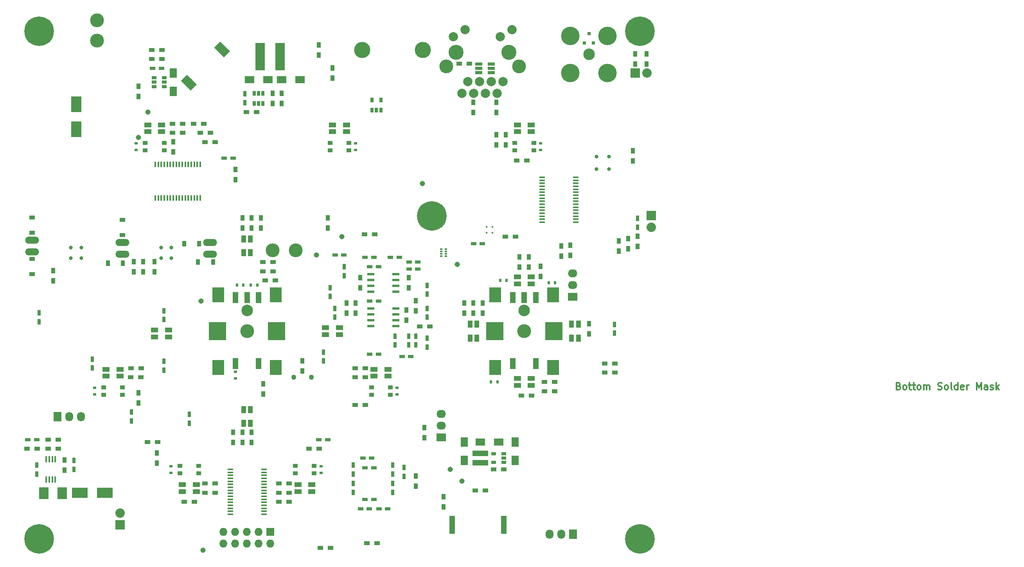
<source format=gbr>
G04 #@! TF.GenerationSoftware,KiCad,Pcbnew,no-vcs-found-7420~56~ubuntu16.04.1*
G04 #@! TF.CreationDate,2017-01-02T14:23:42+01:00*
G04 #@! TF.ProjectId,Mainboard,4D61696E626F6172642E6B696361645F,1.0*
G04 #@! TF.FileFunction,Soldermask,Bot*
G04 #@! TF.FilePolarity,Negative*
%FSLAX46Y46*%
G04 Gerber Fmt 4.6, Leading zero omitted, Abs format (unit mm)*
G04 Created by KiCad (PCBNEW no-vcs-found-7420~56~ubuntu16.04.1) date Mon Jan  2 14:23:42 2017*
%MOMM*%
%LPD*%
G01*
G04 APERTURE LIST*
%ADD10C,0.100000*%
%ADD11C,0.300000*%
%ADD12R,0.900000X1.200000*%
%ADD13R,1.727200X1.727200*%
%ADD14O,1.727200X1.727200*%
%ADD15R,1.600000X2.000000*%
%ADD16R,2.500000X3.200000*%
%ADD17R,1.300000X2.400000*%
%ADD18C,2.500000*%
%ADD19C,3.000000*%
%ADD20R,3.750000X4.000000*%
%ADD21R,0.750000X1.200000*%
%ADD22O,2.032000X1.727200*%
%ADD23R,2.032000X1.727200*%
%ADD24R,1.200000X0.400000*%
%ADD25C,2.000000*%
%ADD26C,3.250000*%
%ADD27R,1.200000X0.900000*%
%ADD28R,1.200000X0.750000*%
%ADD29R,2.000000X1.600000*%
%ADD30R,0.700000X0.600000*%
%ADD31R,0.800100X0.800100*%
%ADD32R,2.000000X6.000000*%
%ADD33R,3.400000X1.300000*%
%ADD34C,6.400000*%
%ADD35R,2.032000X2.032000*%
%ADD36O,2.032000X2.032000*%
%ADD37O,3.014980X1.506220*%
%ADD38R,0.500000X0.320000*%
%ADD39R,1.200000X4.000000*%
%ADD40R,0.650000X1.060000*%
%ADD41R,1.060000X0.650000*%
%ADD42R,0.450000X1.450000*%
%ADD43R,1.560000X0.650000*%
%ADD44R,0.910000X1.220000*%
%ADD45R,1.220000X0.910000*%
%ADD46O,1.727200X2.032000*%
%ADD47R,1.727200X2.032000*%
%ADD48R,2.301240X3.500120*%
%ADD49C,3.500000*%
%ADD50R,1.550000X0.600000*%
%ADD51C,1.100000*%
%ADD52C,0.403333*%
%ADD53C,4.000000*%
%ADD54C,0.800000*%
%ADD55R,1.500000X1.100000*%
%ADD56R,3.500120X2.301240*%
%ADD57R,0.600000X0.700000*%
%ADD58R,1.100000X1.500000*%
%ADD59C,1.850000*%
%ADD60R,2.000000X2.500000*%
%ADD61R,1.000000X0.900000*%
%ADD62R,0.400000X1.200000*%
%ADD63C,1.143000*%
G04 APERTURE END LIST*
D10*
D11*
X291052142Y-181892857D02*
X291266428Y-181964285D01*
X291337857Y-182035714D01*
X291409285Y-182178571D01*
X291409285Y-182392857D01*
X291337857Y-182535714D01*
X291266428Y-182607142D01*
X291123571Y-182678571D01*
X290552142Y-182678571D01*
X290552142Y-181178571D01*
X291052142Y-181178571D01*
X291195000Y-181250000D01*
X291266428Y-181321428D01*
X291337857Y-181464285D01*
X291337857Y-181607142D01*
X291266428Y-181750000D01*
X291195000Y-181821428D01*
X291052142Y-181892857D01*
X290552142Y-181892857D01*
X292266428Y-182678571D02*
X292123571Y-182607142D01*
X292052142Y-182535714D01*
X291980714Y-182392857D01*
X291980714Y-181964285D01*
X292052142Y-181821428D01*
X292123571Y-181750000D01*
X292266428Y-181678571D01*
X292480714Y-181678571D01*
X292623571Y-181750000D01*
X292695000Y-181821428D01*
X292766428Y-181964285D01*
X292766428Y-182392857D01*
X292695000Y-182535714D01*
X292623571Y-182607142D01*
X292480714Y-182678571D01*
X292266428Y-182678571D01*
X293195000Y-181678571D02*
X293766428Y-181678571D01*
X293409285Y-181178571D02*
X293409285Y-182464285D01*
X293480714Y-182607142D01*
X293623571Y-182678571D01*
X293766428Y-182678571D01*
X294052142Y-181678571D02*
X294623571Y-181678571D01*
X294266428Y-181178571D02*
X294266428Y-182464285D01*
X294337857Y-182607142D01*
X294480714Y-182678571D01*
X294623571Y-182678571D01*
X295337857Y-182678571D02*
X295195000Y-182607142D01*
X295123571Y-182535714D01*
X295052142Y-182392857D01*
X295052142Y-181964285D01*
X295123571Y-181821428D01*
X295195000Y-181750000D01*
X295337857Y-181678571D01*
X295552142Y-181678571D01*
X295695000Y-181750000D01*
X295766428Y-181821428D01*
X295837857Y-181964285D01*
X295837857Y-182392857D01*
X295766428Y-182535714D01*
X295695000Y-182607142D01*
X295552142Y-182678571D01*
X295337857Y-182678571D01*
X296480714Y-182678571D02*
X296480714Y-181678571D01*
X296480714Y-181821428D02*
X296552142Y-181750000D01*
X296695000Y-181678571D01*
X296909285Y-181678571D01*
X297052142Y-181750000D01*
X297123571Y-181892857D01*
X297123571Y-182678571D01*
X297123571Y-181892857D02*
X297195000Y-181750000D01*
X297337857Y-181678571D01*
X297552142Y-181678571D01*
X297695000Y-181750000D01*
X297766428Y-181892857D01*
X297766428Y-182678571D01*
X299552142Y-182607142D02*
X299766428Y-182678571D01*
X300123571Y-182678571D01*
X300266428Y-182607142D01*
X300337857Y-182535714D01*
X300409285Y-182392857D01*
X300409285Y-182250000D01*
X300337857Y-182107142D01*
X300266428Y-182035714D01*
X300123571Y-181964285D01*
X299837857Y-181892857D01*
X299695000Y-181821428D01*
X299623571Y-181750000D01*
X299552142Y-181607142D01*
X299552142Y-181464285D01*
X299623571Y-181321428D01*
X299695000Y-181250000D01*
X299837857Y-181178571D01*
X300195000Y-181178571D01*
X300409285Y-181250000D01*
X301266428Y-182678571D02*
X301123571Y-182607142D01*
X301052142Y-182535714D01*
X300980714Y-182392857D01*
X300980714Y-181964285D01*
X301052142Y-181821428D01*
X301123571Y-181750000D01*
X301266428Y-181678571D01*
X301480714Y-181678571D01*
X301623571Y-181750000D01*
X301695000Y-181821428D01*
X301766428Y-181964285D01*
X301766428Y-182392857D01*
X301695000Y-182535714D01*
X301623571Y-182607142D01*
X301480714Y-182678571D01*
X301266428Y-182678571D01*
X302623571Y-182678571D02*
X302480714Y-182607142D01*
X302409285Y-182464285D01*
X302409285Y-181178571D01*
X303837857Y-182678571D02*
X303837857Y-181178571D01*
X303837857Y-182607142D02*
X303695000Y-182678571D01*
X303409285Y-182678571D01*
X303266428Y-182607142D01*
X303195000Y-182535714D01*
X303123571Y-182392857D01*
X303123571Y-181964285D01*
X303195000Y-181821428D01*
X303266428Y-181750000D01*
X303409285Y-181678571D01*
X303695000Y-181678571D01*
X303837857Y-181750000D01*
X305123571Y-182607142D02*
X304980714Y-182678571D01*
X304695000Y-182678571D01*
X304552142Y-182607142D01*
X304480714Y-182464285D01*
X304480714Y-181892857D01*
X304552142Y-181750000D01*
X304695000Y-181678571D01*
X304980714Y-181678571D01*
X305123571Y-181750000D01*
X305195000Y-181892857D01*
X305195000Y-182035714D01*
X304480714Y-182178571D01*
X305837857Y-182678571D02*
X305837857Y-181678571D01*
X305837857Y-181964285D02*
X305909285Y-181821428D01*
X305980714Y-181750000D01*
X306123571Y-181678571D01*
X306266428Y-181678571D01*
X307909285Y-182678571D02*
X307909285Y-181178571D01*
X308409285Y-182250000D01*
X308909285Y-181178571D01*
X308909285Y-182678571D01*
X310266428Y-182678571D02*
X310266428Y-181892857D01*
X310195000Y-181750000D01*
X310052142Y-181678571D01*
X309766428Y-181678571D01*
X309623571Y-181750000D01*
X310266428Y-182607142D02*
X310123571Y-182678571D01*
X309766428Y-182678571D01*
X309623571Y-182607142D01*
X309552142Y-182464285D01*
X309552142Y-182321428D01*
X309623571Y-182178571D01*
X309766428Y-182107142D01*
X310123571Y-182107142D01*
X310266428Y-182035714D01*
X310909285Y-182607142D02*
X311052142Y-182678571D01*
X311337857Y-182678571D01*
X311480714Y-182607142D01*
X311552142Y-182464285D01*
X311552142Y-182392857D01*
X311480714Y-182250000D01*
X311337857Y-182178571D01*
X311123571Y-182178571D01*
X310980714Y-182107142D01*
X310909285Y-181964285D01*
X310909285Y-181892857D01*
X310980714Y-181750000D01*
X311123571Y-181678571D01*
X311337857Y-181678571D01*
X311480714Y-181750000D01*
X312195000Y-182678571D02*
X312195000Y-181178571D01*
X312337857Y-182107142D02*
X312766428Y-182678571D01*
X312766428Y-181678571D02*
X312195000Y-182250000D01*
D12*
X168500000Y-115100000D03*
X168500000Y-112900000D03*
D13*
X155000000Y-213500000D03*
D14*
X155000000Y-216040000D03*
X152460000Y-213500000D03*
X152460000Y-216040000D03*
X149920000Y-213500000D03*
X149920000Y-216040000D03*
X147380000Y-213500000D03*
X147380000Y-216040000D03*
X144840000Y-213500000D03*
X144840000Y-216040000D03*
D15*
X208000000Y-194000000D03*
X208000000Y-198000000D03*
X197000000Y-198000000D03*
X197000000Y-194000000D03*
D16*
X216250000Y-162100000D03*
X203750000Y-162100000D03*
X216250000Y-177900000D03*
X203750000Y-177900000D03*
D17*
X212500000Y-162700000D03*
X210000000Y-162700000D03*
X207500000Y-162700000D03*
X212500000Y-177000000D03*
X207500000Y-177000000D03*
D18*
X210000000Y-165500000D03*
D19*
X210000000Y-170000000D03*
D20*
X216375000Y-170000000D03*
X203625000Y-170000000D03*
D12*
X130500000Y-198600000D03*
X130500000Y-196400000D03*
D21*
X181500000Y-203050000D03*
X181500000Y-204950000D03*
D22*
X220500000Y-157460000D03*
X220500000Y-160000000D03*
D23*
X220500000Y-162540000D03*
D24*
X213850000Y-146375000D03*
X213850000Y-145725000D03*
X213850000Y-145075000D03*
X213850000Y-144425000D03*
X213850000Y-143775000D03*
X213850000Y-143125000D03*
X213850000Y-142475000D03*
X213850000Y-141825000D03*
X213850000Y-141175000D03*
X213850000Y-140525000D03*
X213850000Y-139875000D03*
X213850000Y-139225000D03*
X213850000Y-138575000D03*
X213850000Y-137925000D03*
X213850000Y-137275000D03*
X213850000Y-136625000D03*
X221150000Y-136625000D03*
X221150000Y-137275000D03*
X221150000Y-137925000D03*
X221150000Y-138575000D03*
X221150000Y-139225000D03*
X221150000Y-139875000D03*
X221150000Y-140525000D03*
X221150000Y-141175000D03*
X221150000Y-141825000D03*
X221150000Y-142475000D03*
X221150000Y-143125000D03*
X221150000Y-143775000D03*
X221150000Y-144425000D03*
X221150000Y-145075000D03*
X221150000Y-145725000D03*
X221150000Y-146375000D03*
D16*
X156250000Y-162100000D03*
X143750000Y-162100000D03*
X156250000Y-177900000D03*
X143750000Y-177900000D03*
D17*
X152500000Y-162700000D03*
X150000000Y-162700000D03*
X147500000Y-162700000D03*
X152500000Y-177000000D03*
X147500000Y-177000000D03*
D18*
X150000000Y-165500000D03*
D19*
X150000000Y-170000000D03*
D20*
X156375000Y-170000000D03*
X143625000Y-170000000D03*
D12*
X147500000Y-137100000D03*
X147500000Y-134900000D03*
D25*
X202905000Y-115850000D03*
X200365000Y-115850000D03*
X205445000Y-115850000D03*
X197825000Y-115850000D03*
X196555000Y-118390000D03*
X199095000Y-118390000D03*
X201635000Y-118390000D03*
X204175000Y-118390000D03*
X204785000Y-106120000D03*
X194675000Y-106120000D03*
X197215000Y-104600000D03*
X207325000Y-104600000D03*
D19*
X208875000Y-112550000D03*
X193125000Y-112550000D03*
D26*
X206715000Y-109500000D03*
X195285000Y-109500000D03*
D27*
X203400000Y-200000000D03*
X205600000Y-200000000D03*
X109100000Y-195500000D03*
X106900000Y-195500000D03*
X131600000Y-111000000D03*
X129400000Y-111000000D03*
D12*
X126500000Y-116900000D03*
X126500000Y-119100000D03*
D28*
X174550000Y-208500000D03*
X176450000Y-208500000D03*
X180450000Y-208500000D03*
X178550000Y-208500000D03*
D21*
X181500000Y-200950000D03*
X181500000Y-199050000D03*
D28*
X175050000Y-197500000D03*
X176950000Y-197500000D03*
X175550000Y-206500000D03*
X177450000Y-206500000D03*
D21*
X184000000Y-199550000D03*
X184000000Y-201450000D03*
X173000000Y-200950000D03*
X173000000Y-199050000D03*
X173000000Y-204950000D03*
X173000000Y-203050000D03*
D28*
X175550000Y-199600000D03*
X177450000Y-199600000D03*
D21*
X229500000Y-170450000D03*
X229500000Y-168550000D03*
X125000000Y-189450000D03*
X125000000Y-187550000D03*
X137500000Y-189950000D03*
X137500000Y-188050000D03*
X132000000Y-178450000D03*
X132000000Y-176550000D03*
X116500000Y-176050000D03*
X116500000Y-177950000D03*
X132000000Y-167450000D03*
X132000000Y-165550000D03*
X105000000Y-167950000D03*
X105000000Y-166050000D03*
D29*
X150500000Y-115500000D03*
X154500000Y-115500000D03*
D15*
X134000000Y-118000000D03*
X134000000Y-114000000D03*
D21*
X149500000Y-118550000D03*
X149500000Y-120450000D03*
D28*
X131450000Y-113000000D03*
X129550000Y-113000000D03*
D19*
X155500000Y-152500000D03*
X160500000Y-152500000D03*
D29*
X161500000Y-115500000D03*
X157500000Y-115500000D03*
X200500000Y-194000000D03*
X204500000Y-194000000D03*
D21*
X104500000Y-199050000D03*
X104500000Y-200950000D03*
D28*
X104450000Y-193500000D03*
X102550000Y-193500000D03*
D21*
X112500000Y-198050000D03*
X112500000Y-199950000D03*
X182000000Y-171050000D03*
X182000000Y-172950000D03*
X166500000Y-176450000D03*
X166500000Y-174550000D03*
D28*
X176550000Y-175000000D03*
X178450000Y-175000000D03*
X185450000Y-175500000D03*
X183550000Y-175500000D03*
D21*
X189000000Y-173450000D03*
X189000000Y-171550000D03*
X189000000Y-166950000D03*
X189000000Y-165050000D03*
X189000000Y-161950000D03*
X189000000Y-160050000D03*
D28*
X185050000Y-156500000D03*
X186950000Y-156500000D03*
X185050000Y-155000000D03*
X186950000Y-155000000D03*
X182950000Y-154000000D03*
X181050000Y-154000000D03*
X177450000Y-154000000D03*
X175550000Y-154000000D03*
D21*
X171000000Y-157950000D03*
X171000000Y-156050000D03*
D28*
X170950000Y-153500000D03*
X169050000Y-153500000D03*
D21*
X168000000Y-160550000D03*
X168000000Y-162450000D03*
X169000000Y-165050000D03*
X169000000Y-166950000D03*
X185000000Y-171050000D03*
X185000000Y-172950000D03*
X186500000Y-171050000D03*
X186500000Y-172950000D03*
D28*
X199050000Y-151000000D03*
X200950000Y-151000000D03*
X178450000Y-163500000D03*
X176550000Y-163500000D03*
X178450000Y-156000000D03*
X176550000Y-156000000D03*
D30*
X182500000Y-182300000D03*
X182500000Y-183700000D03*
X117000000Y-182300000D03*
X117000000Y-183700000D03*
X166000000Y-199300000D03*
X166000000Y-200700000D03*
X213500000Y-129300000D03*
X213500000Y-130700000D03*
X173500000Y-129300000D03*
X173500000Y-130700000D03*
X126000000Y-129300000D03*
X126000000Y-130700000D03*
D12*
X236500000Y-112100000D03*
X236500000Y-109900000D03*
D31*
X224000000Y-105501780D03*
X223050000Y-107500760D03*
X224950000Y-107500760D03*
D12*
X234000000Y-112100000D03*
X234000000Y-109900000D03*
D32*
X157150000Y-110500000D03*
X152850000Y-110500000D03*
D33*
X200500000Y-198550000D03*
X200500000Y-196450000D03*
D34*
X235000000Y-105000000D03*
X105000000Y-215000000D03*
X105000000Y-105000000D03*
X235000000Y-215000000D03*
D22*
X192000000Y-187960000D03*
X192000000Y-190500000D03*
D23*
X192000000Y-193040000D03*
D35*
X234000000Y-114000000D03*
D36*
X236540000Y-114000000D03*
D37*
X123000000Y-153270000D03*
X123000000Y-150730000D03*
X142000000Y-153270000D03*
X142000000Y-150730000D03*
X103500000Y-152770000D03*
X103500000Y-150230000D03*
D19*
X117500000Y-102600000D03*
X117500000Y-107000000D03*
D12*
X192500000Y-205900000D03*
X192500000Y-208100000D03*
D27*
X199400000Y-204500000D03*
X201600000Y-204500000D03*
D12*
X153500000Y-183600000D03*
X153500000Y-181400000D03*
X188400000Y-190900000D03*
X188400000Y-193100000D03*
X162000000Y-176400000D03*
X162000000Y-178600000D03*
X184500000Y-165400000D03*
X184500000Y-167600000D03*
X185000000Y-158400000D03*
X185000000Y-160600000D03*
X186500000Y-201400000D03*
X186500000Y-203600000D03*
D27*
X165900000Y-217000000D03*
X168100000Y-217000000D03*
X178100000Y-216000000D03*
X175900000Y-216000000D03*
X227400000Y-179000000D03*
X229600000Y-179000000D03*
X229600000Y-177000000D03*
X227400000Y-177000000D03*
D12*
X230500000Y-152600000D03*
X230500000Y-150400000D03*
X108000000Y-159100000D03*
X108000000Y-156900000D03*
X167500000Y-147600000D03*
X167500000Y-145400000D03*
D27*
X149900000Y-122500000D03*
X152100000Y-122500000D03*
D12*
X155500000Y-120600000D03*
X155500000Y-118400000D03*
X157500000Y-118400000D03*
X157500000Y-120600000D03*
D27*
X129400000Y-109000000D03*
X131600000Y-109000000D03*
D12*
X110500000Y-197900000D03*
X110500000Y-200100000D03*
D27*
X102400000Y-195500000D03*
X104600000Y-195500000D03*
X106900000Y-193500000D03*
X109100000Y-193500000D03*
D12*
X186500000Y-163400000D03*
X186500000Y-165600000D03*
X171500000Y-163900000D03*
X171500000Y-166100000D03*
X173500000Y-166100000D03*
X173500000Y-163900000D03*
D27*
X208100000Y-149500000D03*
X205900000Y-149500000D03*
X175400000Y-149000000D03*
X177600000Y-149000000D03*
D12*
X165500000Y-110100000D03*
X165500000Y-107900000D03*
D38*
X193000000Y-152250000D03*
X193000000Y-152750000D03*
X193000000Y-153750000D03*
X193000000Y-153250000D03*
X192000000Y-152250000D03*
X192000000Y-153250000D03*
X192000000Y-152750000D03*
X192000000Y-153750000D03*
D39*
X205600000Y-212000000D03*
X194400000Y-212000000D03*
D40*
X152500000Y-120600000D03*
X151550000Y-120600000D03*
X153450000Y-120600000D03*
X153450000Y-118400000D03*
X152500000Y-118400000D03*
X151550000Y-118400000D03*
D41*
X132100000Y-115050000D03*
X132100000Y-116000000D03*
X132100000Y-116950000D03*
X129900000Y-116950000D03*
X129900000Y-115050000D03*
X129900000Y-116000000D03*
D42*
X106525000Y-202200000D03*
X107175000Y-202200000D03*
X107825000Y-202200000D03*
X108475000Y-202200000D03*
X108475000Y-197800000D03*
X107825000Y-197800000D03*
X107175000Y-197800000D03*
X106525000Y-197800000D03*
D41*
X203400000Y-196550000D03*
X203400000Y-198450000D03*
X205600000Y-198450000D03*
X205600000Y-197500000D03*
X205600000Y-196550000D03*
D43*
X202850000Y-113000000D03*
X202850000Y-113950000D03*
X202850000Y-112050000D03*
X200150000Y-112050000D03*
X200150000Y-113000000D03*
X200150000Y-113950000D03*
D44*
X136365000Y-151000000D03*
X139635000Y-151000000D03*
D45*
X103500000Y-145365000D03*
X103500000Y-148635000D03*
X123000000Y-145865000D03*
X123000000Y-149135000D03*
D44*
X139365000Y-155000000D03*
X142635000Y-155000000D03*
D45*
X103500000Y-157635000D03*
X103500000Y-154365000D03*
D44*
X119865000Y-155250000D03*
X123135000Y-155250000D03*
D28*
X146950000Y-132500000D03*
X145050000Y-132500000D03*
D46*
X114040000Y-188500000D03*
X111500000Y-188500000D03*
D47*
X108960000Y-188500000D03*
D48*
X113000000Y-126200020D03*
X113000000Y-120799980D03*
D49*
X174930000Y-109000000D03*
X188070000Y-109000000D03*
D50*
X176800000Y-165095000D03*
X176800000Y-166365000D03*
X176800000Y-167635000D03*
X176800000Y-168905000D03*
X182200000Y-168905000D03*
X182200000Y-167635000D03*
X182200000Y-166365000D03*
X182200000Y-165095000D03*
X176800000Y-157595000D03*
X176800000Y-158865000D03*
X176800000Y-160135000D03*
X176800000Y-161405000D03*
X182200000Y-161405000D03*
X182200000Y-160135000D03*
X182200000Y-158865000D03*
X182200000Y-157595000D03*
D51*
X163905000Y-180000000D03*
X160095000Y-180000000D03*
D12*
X199000000Y-120400000D03*
X199000000Y-122600000D03*
D27*
X198100000Y-112000000D03*
X195900000Y-112000000D03*
D12*
X204000000Y-120400000D03*
X204000000Y-122600000D03*
D52*
X203155000Y-148655000D03*
X203155000Y-147345000D03*
X201845000Y-148655000D03*
X201845000Y-147345000D03*
D53*
X219950000Y-105950000D03*
X228050000Y-105950000D03*
X228050000Y-114050000D03*
X219950000Y-114050000D03*
D18*
X224000000Y-110000000D03*
D54*
X228350000Y-132150000D03*
X225650000Y-132150000D03*
X228350000Y-134850000D03*
X225650000Y-134850000D03*
X133625000Y-154125000D03*
X133625000Y-151875000D03*
X131375000Y-154125000D03*
X131375000Y-151875000D03*
X114125000Y-154125000D03*
X114125000Y-151875000D03*
X111875000Y-154125000D03*
X111875000Y-151875000D03*
D21*
X234500000Y-147450000D03*
X234500000Y-145550000D03*
D36*
X237500000Y-147500000D03*
D35*
X237500000Y-144960000D03*
D36*
X122500000Y-209460000D03*
D35*
X122500000Y-212000000D03*
D27*
X130600000Y-194000000D03*
X128400000Y-194000000D03*
D12*
X232500000Y-152100000D03*
X232500000Y-149900000D03*
X234500000Y-151600000D03*
X234500000Y-149400000D03*
D55*
X177500000Y-179750000D03*
X177500000Y-178250000D03*
X180500000Y-179750000D03*
X180500000Y-178250000D03*
X119500000Y-179750000D03*
X119500000Y-178250000D03*
X122500000Y-179750000D03*
X122500000Y-178250000D03*
X161000000Y-204750000D03*
X161000000Y-203250000D03*
X164000000Y-204750000D03*
X164000000Y-203250000D03*
X211500000Y-125250000D03*
X211500000Y-126750000D03*
X208500000Y-125250000D03*
X208500000Y-126750000D03*
X168500000Y-126750000D03*
X168500000Y-125250000D03*
X171500000Y-126750000D03*
X171500000Y-125250000D03*
X131500000Y-125250000D03*
X131500000Y-126750000D03*
X128500000Y-125250000D03*
X128500000Y-126750000D03*
D56*
X119200020Y-205000000D03*
X113799980Y-205000000D03*
D55*
X136000000Y-204750000D03*
X136000000Y-203250000D03*
X139000000Y-204750000D03*
X139000000Y-203250000D03*
D30*
X133500000Y-199300000D03*
X133500000Y-200700000D03*
D55*
X167000000Y-170750000D03*
X167000000Y-169250000D03*
X170000000Y-170750000D03*
X170000000Y-169250000D03*
D57*
X152200000Y-160000000D03*
X150800000Y-160000000D03*
X147800000Y-160000000D03*
X149200000Y-160000000D03*
D58*
X149250000Y-150000000D03*
X150750000Y-150000000D03*
X149250000Y-153000000D03*
X150750000Y-153000000D03*
X149250000Y-187000000D03*
X150750000Y-187000000D03*
X149250000Y-190000000D03*
X150750000Y-190000000D03*
D30*
X147500000Y-180200000D03*
X147500000Y-178800000D03*
D55*
X130000000Y-171250000D03*
X130000000Y-169750000D03*
X133000000Y-171250000D03*
X133000000Y-169750000D03*
D58*
X221750000Y-171500000D03*
X220250000Y-171500000D03*
X221750000Y-168500000D03*
X220250000Y-168500000D03*
D57*
X216700000Y-159500000D03*
X215300000Y-159500000D03*
X206200000Y-159000000D03*
X204800000Y-159000000D03*
D55*
X211500000Y-158250000D03*
X211500000Y-159750000D03*
X208500000Y-158250000D03*
X208500000Y-159750000D03*
X208500000Y-181750000D03*
X208500000Y-180250000D03*
X211500000Y-181750000D03*
X211500000Y-180250000D03*
D57*
X202800000Y-181000000D03*
X204200000Y-181000000D03*
D58*
X198250000Y-168500000D03*
X199750000Y-168500000D03*
X198250000Y-171500000D03*
X199750000Y-171500000D03*
D59*
X137411000Y-116089000D03*
D10*
G36*
X135696266Y-115682414D02*
X137004414Y-114374266D01*
X139125734Y-116495586D01*
X137817586Y-117803734D01*
X135696266Y-115682414D01*
X135696266Y-115682414D01*
G37*
D59*
X144589000Y-108911000D03*
D10*
G36*
X142874266Y-108504414D02*
X144182414Y-107196266D01*
X146303734Y-109317586D01*
X144995586Y-110625734D01*
X142874266Y-108504414D01*
X142874266Y-108504414D01*
G37*
D60*
X106000000Y-205100000D03*
X110000000Y-205100000D03*
D27*
X173400000Y-186000000D03*
X175600000Y-186000000D03*
X175600000Y-178000000D03*
X173400000Y-178000000D03*
X173400000Y-180000000D03*
X175600000Y-180000000D03*
D12*
X126500000Y-183400000D03*
X126500000Y-185600000D03*
D27*
X124800000Y-180000000D03*
X127000000Y-180000000D03*
X124900000Y-178000000D03*
X127100000Y-178000000D03*
X159100000Y-207000000D03*
X156900000Y-207000000D03*
X156900000Y-203000000D03*
X159100000Y-203000000D03*
X159100000Y-205000000D03*
X156900000Y-205000000D03*
X208400000Y-133000000D03*
X210600000Y-133000000D03*
D12*
X204000000Y-129600000D03*
X204000000Y-127400000D03*
X206000000Y-127400000D03*
X206000000Y-129600000D03*
D27*
X138400000Y-125000000D03*
X140600000Y-125000000D03*
X142100000Y-127000000D03*
X139900000Y-127000000D03*
X143100000Y-129000000D03*
X140900000Y-129000000D03*
D12*
X134000000Y-128900000D03*
X134000000Y-131100000D03*
D27*
X136100000Y-127000000D03*
X133900000Y-127000000D03*
X133900000Y-125000000D03*
X136100000Y-125000000D03*
X138600000Y-207000000D03*
X136400000Y-207000000D03*
X140900000Y-205000000D03*
X143100000Y-205000000D03*
X143100000Y-203000000D03*
X140900000Y-203000000D03*
X153400000Y-155000000D03*
X155600000Y-155000000D03*
X155600000Y-157000000D03*
X153400000Y-157000000D03*
X153900000Y-159000000D03*
X156100000Y-159000000D03*
D12*
X153000000Y-145400000D03*
X153000000Y-147600000D03*
X151000000Y-147600000D03*
X151000000Y-145400000D03*
X149000000Y-147600000D03*
X149000000Y-145400000D03*
X147000000Y-191900000D03*
X147000000Y-194100000D03*
X149000000Y-194100000D03*
X149000000Y-191900000D03*
X151000000Y-191900000D03*
X151000000Y-194100000D03*
X130000000Y-157100000D03*
X130000000Y-154900000D03*
X127500000Y-154900000D03*
X127500000Y-157100000D03*
X125500000Y-157100000D03*
X125500000Y-154900000D03*
X224000000Y-168400000D03*
X224000000Y-170600000D03*
X220000000Y-153600000D03*
X220000000Y-151400000D03*
X218000000Y-151500000D03*
X218000000Y-153700000D03*
X213500000Y-158100000D03*
X213500000Y-155900000D03*
X209000000Y-153900000D03*
X209000000Y-156100000D03*
X211000000Y-156100000D03*
X211000000Y-153900000D03*
D27*
X211600000Y-184000000D03*
X209400000Y-184000000D03*
X216600000Y-183000000D03*
X214400000Y-183000000D03*
X216600000Y-181000000D03*
X214400000Y-181000000D03*
D12*
X201000000Y-166100000D03*
X201000000Y-163900000D03*
X199000000Y-163900000D03*
X199000000Y-166100000D03*
X197000000Y-166100000D03*
X197000000Y-163900000D03*
D61*
X181050000Y-182200000D03*
X181050000Y-183800000D03*
X176950000Y-182200000D03*
X176950000Y-183800000D03*
X118950000Y-183800000D03*
X118950000Y-182200000D03*
X123050000Y-183800000D03*
X123050000Y-182200000D03*
X160450000Y-200800000D03*
X160450000Y-199200000D03*
X164550000Y-200800000D03*
X164550000Y-199200000D03*
X212050000Y-129200000D03*
X212050000Y-130800000D03*
X207950000Y-129200000D03*
X207950000Y-130800000D03*
X167950000Y-130800000D03*
X167950000Y-129200000D03*
X172050000Y-130800000D03*
X172050000Y-129200000D03*
X127950000Y-130800000D03*
X127950000Y-129200000D03*
X132050000Y-130800000D03*
X132050000Y-129200000D03*
X139550000Y-199200000D03*
X139550000Y-200800000D03*
X135450000Y-199200000D03*
X135450000Y-200800000D03*
D40*
X178950000Y-122100000D03*
X178000000Y-122100000D03*
X177050000Y-122100000D03*
X177050000Y-119900000D03*
X178950000Y-119900000D03*
D24*
X153650000Y-209700000D03*
X153650000Y-209050000D03*
X153650000Y-208400000D03*
X153650000Y-207750000D03*
X153650000Y-207100000D03*
X153650000Y-206450000D03*
X153650000Y-205800000D03*
X153650000Y-205150000D03*
X153650000Y-204500000D03*
X153650000Y-203850000D03*
X153650000Y-203200000D03*
X153650000Y-202550000D03*
X153650000Y-201900000D03*
X153650000Y-201250000D03*
X153650000Y-200600000D03*
X153650000Y-199950000D03*
X146350000Y-199950000D03*
X146350000Y-200600000D03*
X146350000Y-201250000D03*
X146350000Y-201900000D03*
X146350000Y-202550000D03*
X146350000Y-203200000D03*
X146350000Y-203850000D03*
X146350000Y-204500000D03*
X146350000Y-205150000D03*
X146350000Y-205800000D03*
X146350000Y-206450000D03*
X146350000Y-207100000D03*
X146350000Y-207750000D03*
X146350000Y-208400000D03*
X146350000Y-209050000D03*
X146350000Y-209700000D03*
D62*
X130125000Y-133850000D03*
X130775000Y-133850000D03*
X131425000Y-133850000D03*
X132075000Y-133850000D03*
X132725000Y-133850000D03*
X133375000Y-133850000D03*
X134025000Y-133850000D03*
X134675000Y-133850000D03*
X135325000Y-133850000D03*
X135975000Y-133850000D03*
X136625000Y-133850000D03*
X137275000Y-133850000D03*
X137925000Y-133850000D03*
X138575000Y-133850000D03*
X139225000Y-133850000D03*
X139875000Y-133850000D03*
X139875000Y-141150000D03*
X139225000Y-141150000D03*
X138575000Y-141150000D03*
X137925000Y-141150000D03*
X137275000Y-141150000D03*
X136625000Y-141150000D03*
X135975000Y-141150000D03*
X135325000Y-141150000D03*
X134675000Y-141150000D03*
X134025000Y-141150000D03*
X133375000Y-141150000D03*
X132725000Y-141150000D03*
X132075000Y-141150000D03*
X131425000Y-141150000D03*
X130775000Y-141150000D03*
X130125000Y-141150000D03*
D34*
X190000000Y-145000000D03*
D63*
X128500000Y-122500000D03*
X140500000Y-217500000D03*
X126500000Y-128000000D03*
X140000000Y-163500000D03*
X196500000Y-202500000D03*
X188000000Y-138000000D03*
X195500000Y-155500000D03*
X170500000Y-149500000D03*
X194000000Y-200000000D03*
X165000000Y-153500000D03*
D46*
X215460000Y-214000000D03*
X218000000Y-214000000D03*
D47*
X220540000Y-214000000D03*
D12*
X233500000Y-133100000D03*
X233500000Y-130900000D03*
X174500000Y-158400000D03*
X174500000Y-160600000D03*
D27*
X187400000Y-169000000D03*
X189600000Y-169000000D03*
D28*
X165550000Y-193500000D03*
X167450000Y-193500000D03*
D27*
X163400000Y-195500000D03*
X165600000Y-195500000D03*
M02*

</source>
